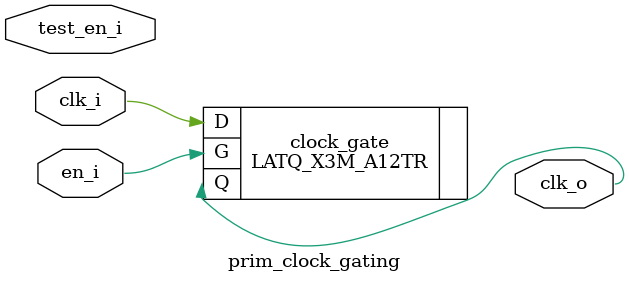
<source format=sv>

module prim_clock_gating (
  input  logic clk_i,
  input  logic en_i,
  input  logic test_en_i,
  output logic clk_o
);

`ifdef SIM
  // Assume en_i synchronized, if not put synchronizer prior to en_i
  logic en_latch;
  always_latch begin
    if (!clk_i) begin
      en_latch = en_i | test_en_i;
    end
  end
  assign clk_o = en_latch & clk_i;
`elsif SKY130
  sky130_fd_sc_hd__dlclkp_1 CG( .CLK(clk_i), .GCLK(clk_o), .GATE(en_i | test_en_i));
`else
  LATQ_X3M_A12TR clock_gate(.Q(clk_o), .D(clk_i), .G(en_i));
`endif

endmodule

</source>
